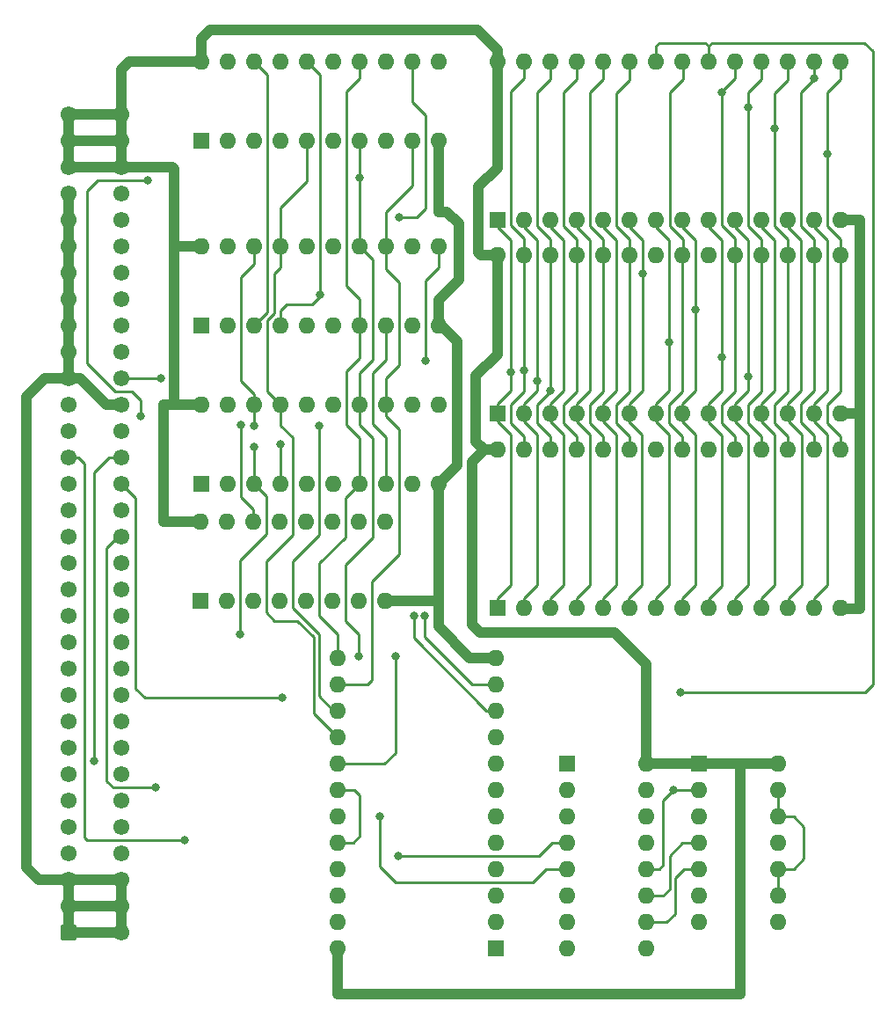
<source format=gbr>
%TF.GenerationSoftware,KiCad,Pcbnew,7.0.9*%
%TF.CreationDate,2024-04-21T12:45:51+02:00*%
%TF.ProjectId,C_-836,43c52d38-3336-42e6-9b69-6361645f7063,rev?*%
%TF.SameCoordinates,Original*%
%TF.FileFunction,Copper,L2,Bot*%
%TF.FilePolarity,Positive*%
%FSLAX46Y46*%
G04 Gerber Fmt 4.6, Leading zero omitted, Abs format (unit mm)*
G04 Created by KiCad (PCBNEW 7.0.9) date 2024-04-21 12:45:51*
%MOMM*%
%LPD*%
G01*
G04 APERTURE LIST*
G04 Aperture macros list*
%AMRoundRect*
0 Rectangle with rounded corners*
0 $1 Rounding radius*
0 $2 $3 $4 $5 $6 $7 $8 $9 X,Y pos of 4 corners*
0 Add a 4 corners polygon primitive as box body*
4,1,4,$2,$3,$4,$5,$6,$7,$8,$9,$2,$3,0*
0 Add four circle primitives for the rounded corners*
1,1,$1+$1,$2,$3*
1,1,$1+$1,$4,$5*
1,1,$1+$1,$6,$7*
1,1,$1+$1,$8,$9*
0 Add four rect primitives between the rounded corners*
20,1,$1+$1,$2,$3,$4,$5,0*
20,1,$1+$1,$4,$5,$6,$7,0*
20,1,$1+$1,$6,$7,$8,$9,0*
20,1,$1+$1,$8,$9,$2,$3,0*%
G04 Aperture macros list end*
%TA.AperFunction,ComponentPad*%
%ADD10R,1.600000X1.600000*%
%TD*%
%TA.AperFunction,ComponentPad*%
%ADD11O,1.600000X1.600000*%
%TD*%
%TA.AperFunction,ComponentPad*%
%ADD12RoundRect,0.249999X0.525001X-0.525001X0.525001X0.525001X-0.525001X0.525001X-0.525001X-0.525001X0*%
%TD*%
%TA.AperFunction,ComponentPad*%
%ADD13C,1.550000*%
%TD*%
%TA.AperFunction,ViaPad*%
%ADD14C,0.800000*%
%TD*%
%TA.AperFunction,Conductor*%
%ADD15C,0.250000*%
%TD*%
%TA.AperFunction,Conductor*%
%ADD16C,1.000000*%
%TD*%
G04 APERTURE END LIST*
D10*
%TO.P,IC8,1,A15*%
%TO.N,/A15*%
X91186000Y-56489600D03*
D11*
%TO.P,IC8,2,A12*%
%TO.N,/A12*%
X93726000Y-56489600D03*
%TO.P,IC8,3,A7*%
%TO.N,/A7*%
X96266000Y-56489600D03*
%TO.P,IC8,4,A6*%
%TO.N,/A6*%
X98806000Y-56489600D03*
%TO.P,IC8,5,A5*%
%TO.N,/A5*%
X101346000Y-56489600D03*
%TO.P,IC8,6,A4*%
%TO.N,/A4*%
X103886000Y-56489600D03*
%TO.P,IC8,7,A3*%
%TO.N,/A3*%
X106426000Y-56489600D03*
%TO.P,IC8,8,A2*%
%TO.N,/A2*%
X108966000Y-56489600D03*
%TO.P,IC8,9,A1*%
%TO.N,/A1*%
X111506000Y-56489600D03*
%TO.P,IC8,10,A0*%
%TO.N,/A0*%
X114046000Y-56489600D03*
%TO.P,IC8,11,D0*%
%TO.N,/D0*%
X116586000Y-56489600D03*
%TO.P,IC8,12,D1*%
%TO.N,/D1*%
X119126000Y-56489600D03*
%TO.P,IC8,13,D2*%
%TO.N,/D2*%
X121666000Y-56489600D03*
%TO.P,IC8,14,GND*%
%TO.N,GND*%
X124206000Y-56489600D03*
%TO.P,IC8,15,D3*%
%TO.N,/D3*%
X124206000Y-41249600D03*
%TO.P,IC8,16,D4*%
%TO.N,/D4*%
X121666000Y-41249600D03*
%TO.P,IC8,17,D5*%
%TO.N,/D5*%
X119126000Y-41249600D03*
%TO.P,IC8,18,D6*%
%TO.N,/D6*%
X116586000Y-41249600D03*
%TO.P,IC8,19,D7*%
%TO.N,/D7*%
X114046000Y-41249600D03*
%TO.P,IC8,20,~{CE}*%
%TO.N,Net-(IC4-O3)*%
X111506000Y-41249600D03*
%TO.P,IC8,21,A10*%
%TO.N,/A10*%
X108966000Y-41249600D03*
%TO.P,IC8,22,~{OE}*%
%TO.N,Net-(IC4-O3)*%
X106426000Y-41249600D03*
%TO.P,IC8,23,A11*%
%TO.N,/A11*%
X103886000Y-41249600D03*
%TO.P,IC8,24,A9*%
%TO.N,/A9*%
X101346000Y-41249600D03*
%TO.P,IC8,25,A8*%
%TO.N,/A8*%
X98806000Y-41249600D03*
%TO.P,IC8,26,A13*%
%TO.N,/A13*%
X96266000Y-41249600D03*
%TO.P,IC8,27,A14*%
%TO.N,/A14*%
X93726000Y-41249600D03*
%TO.P,IC8,28,VCC*%
%TO.N,+5V*%
X91186000Y-41249600D03*
%TD*%
D10*
%TO.P,IC11,1,A7*%
%TO.N,/BA7*%
X91033600Y-126644400D03*
D11*
%TO.P,IC11,2,A6*%
%TO.N,/BA6*%
X91033600Y-124104400D03*
%TO.P,IC11,3,A5*%
%TO.N,/BA5*%
X91033600Y-121564400D03*
%TO.P,IC11,4,A4*%
%TO.N,/BA4*%
X91033600Y-119024400D03*
%TO.P,IC11,5,A3*%
%TO.N,/BA3*%
X91033600Y-116484400D03*
%TO.P,IC11,6,A2*%
%TO.N,/BA2*%
X91033600Y-113944400D03*
%TO.P,IC11,7,A1*%
%TO.N,/BA1*%
X91033600Y-111404400D03*
%TO.P,IC11,8,A0*%
%TO.N,/BA0*%
X91033600Y-108864400D03*
%TO.P,IC11,9,Q0*%
%TO.N,/BD0*%
X91033600Y-106324400D03*
%TO.P,IC11,10,Q1*%
%TO.N,/BD1*%
X91033600Y-103784400D03*
%TO.P,IC11,11,Q2*%
%TO.N,/BD2*%
X91033600Y-101244400D03*
%TO.P,IC11,12,GND*%
%TO.N,GND*%
X91033600Y-98704400D03*
%TO.P,IC11,13,Q3*%
%TO.N,/BD3*%
X75793600Y-98704400D03*
%TO.P,IC11,14,Q4*%
%TO.N,/BD4*%
X75793600Y-101244400D03*
%TO.P,IC11,15,Q5*%
%TO.N,/BD5*%
X75793600Y-103784400D03*
%TO.P,IC11,16,Q6*%
%TO.N,/BD6*%
X75793600Y-106324400D03*
%TO.P,IC11,17,Q7*%
%TO.N,/BD7*%
X75793600Y-108864400D03*
%TO.P,IC11,18,~{CS}*%
%TO.N,E400*%
X75793600Y-111404400D03*
%TO.P,IC11,19,A10*%
%TO.N,GND*%
X75793600Y-113944400D03*
%TO.P,IC11,20,~{OE}*%
%TO.N,E400*%
X75793600Y-116484400D03*
%TO.P,IC11,21,~{WR}*%
%TO.N,R{slash}~{W}*%
X75793600Y-119024400D03*
%TO.P,IC11,22,A9*%
%TO.N,/BA9*%
X75793600Y-121564400D03*
%TO.P,IC11,23,A8*%
%TO.N,/BA8*%
X75793600Y-124104400D03*
%TO.P,IC11,24,Vcc*%
%TO.N,+5V*%
X75793600Y-126644400D03*
%TD*%
D10*
%TO.P,IC1,1,OEa*%
%TO.N,Net-(IC1-OEa)*%
X62636400Y-48920400D03*
D11*
%TO.P,IC1,2,I0a*%
%TO.N,/D0*%
X65176400Y-48920400D03*
%TO.P,IC1,3,O3b*%
%TO.N,/BD5*%
X67716400Y-48920400D03*
%TO.P,IC1,4,I1a*%
%TO.N,/D1*%
X70256400Y-48920400D03*
%TO.P,IC1,5,O2b*%
%TO.N,/BD6*%
X72796400Y-48920400D03*
%TO.P,IC1,6,I2a*%
%TO.N,/D3*%
X75336400Y-48920400D03*
%TO.P,IC1,7,O1b*%
%TO.N,/BD7*%
X77876400Y-48920400D03*
%TO.P,IC1,8,I3a*%
%TO.N,/D2*%
X80416400Y-48920400D03*
%TO.P,IC1,9,O0b*%
%TO.N,/BD4*%
X82956400Y-48920400D03*
%TO.P,IC1,10,GND*%
%TO.N,GND*%
X85496400Y-48920400D03*
%TO.P,IC1,11,I0b*%
%TO.N,/D4*%
X85496400Y-41300400D03*
%TO.P,IC1,12,O3a*%
%TO.N,/BD2*%
X82956400Y-41300400D03*
%TO.P,IC1,13,I1b*%
%TO.N,/D7*%
X80416400Y-41300400D03*
%TO.P,IC1,14,O2a*%
%TO.N,/BD3*%
X77876400Y-41300400D03*
%TO.P,IC1,15,I2b*%
%TO.N,/D6*%
X75336400Y-41300400D03*
%TO.P,IC1,16,O1a*%
%TO.N,/BD1*%
X72796400Y-41300400D03*
%TO.P,IC1,17,I3b*%
%TO.N,/D5*%
X70256400Y-41300400D03*
%TO.P,IC1,18,O0a*%
%TO.N,/BD0*%
X67716400Y-41300400D03*
%TO.P,IC1,19,OEb*%
%TO.N,Net-(IC1-OEa)*%
X65176400Y-41300400D03*
%TO.P,IC1,20,VCC*%
%TO.N,+5V*%
X62636400Y-41300400D03*
%TD*%
D10*
%TO.P,IC2,1,OE*%
%TO.N,GND*%
X62636400Y-66700400D03*
D11*
%TO.P,IC2,2,O0*%
%TO.N,/A0*%
X65176400Y-66700400D03*
%TO.P,IC2,3,D0*%
%TO.N,/BD0*%
X67716400Y-66700400D03*
%TO.P,IC2,4,D1*%
%TO.N,/BD1*%
X70256400Y-66700400D03*
%TO.P,IC2,5,O1*%
%TO.N,/A1*%
X72796400Y-66700400D03*
%TO.P,IC2,6,O2*%
%TO.N,/A3*%
X75336400Y-66700400D03*
%TO.P,IC2,7,D2*%
%TO.N,/BD3*%
X77876400Y-66700400D03*
%TO.P,IC2,8,D3*%
%TO.N,/BD2*%
X80416400Y-66700400D03*
%TO.P,IC2,9,O3*%
%TO.N,/A2*%
X82956400Y-66700400D03*
%TO.P,IC2,10,GND*%
%TO.N,GND*%
X85496400Y-66700400D03*
%TO.P,IC2,11,Cp*%
%TO.N,Net-(IC2-Cp)*%
X85496400Y-59080400D03*
%TO.P,IC2,12,O4*%
%TO.N,/A4*%
X82956400Y-59080400D03*
%TO.P,IC2,13,D4*%
%TO.N,/BD4*%
X80416400Y-59080400D03*
%TO.P,IC2,14,D5*%
%TO.N,/BD7*%
X77876400Y-59080400D03*
%TO.P,IC2,15,O5*%
%TO.N,/A7*%
X75336400Y-59080400D03*
%TO.P,IC2,16,O6*%
%TO.N,/A6*%
X72796400Y-59080400D03*
%TO.P,IC2,17,D6*%
%TO.N,/BD6*%
X70256400Y-59080400D03*
%TO.P,IC2,18,D7*%
%TO.N,/BD5*%
X67716400Y-59080400D03*
%TO.P,IC2,19,O7*%
%TO.N,/A5*%
X65176400Y-59080400D03*
%TO.P,IC2,20,VCC*%
%TO.N,+5V*%
X62636400Y-59080400D03*
%TD*%
D12*
%TO.P,P1,a1,GND*%
%TO.N,GND*%
X49885600Y-125120400D03*
D13*
%TO.P,P1,a2,GND*%
X49885600Y-122580400D03*
%TO.P,P1,a3,GND*%
X49885600Y-120040400D03*
%TO.P,P1,a4,-12V*%
%TO.N,unconnected-(P1--12V-Pada4)*%
X49885600Y-117500400D03*
%TO.P,P1,a5,+12V*%
%TO.N,unconnected-(P1-+12V-Pada5)*%
X49885600Y-114960400D03*
%TO.P,P1,a6,---*%
%TO.N,unconnected-(P1-----Pada6)*%
X49885600Y-112420400D03*
%TO.P,P1,a7,----*%
%TO.N,unconnected-(P1------Pada7)*%
X49885600Y-109880400D03*
%TO.P,P1,a8,BA*%
%TO.N,unconnected-(P1-BA-Pada8)*%
X49885600Y-107340400D03*
%TO.P,P1,a9,----*%
%TO.N,unconnected-(P1------Pada9)*%
X49885600Y-104800400D03*
%TO.P,P1,a10,E400*%
%TO.N,E400*%
X49885600Y-102260400D03*
%TO.P,P1,a11,A14*%
%TO.N,/BA14*%
X49885600Y-99720400D03*
%TO.P,P1,a12,A12*%
%TO.N,/BA12*%
X49885600Y-97180400D03*
%TO.P,P1,a13,A10*%
%TO.N,/BA10*%
X49885600Y-94640400D03*
%TO.P,P1,a14,A8*%
%TO.N,/BA8*%
X49885600Y-92100400D03*
%TO.P,P1,a15,A6*%
%TO.N,/BA6*%
X49885600Y-89560400D03*
%TO.P,P1,a16,A4*%
%TO.N,/BA4*%
X49885600Y-87020400D03*
%TO.P,P1,a17,A2*%
%TO.N,/BA2*%
X49885600Y-84480400D03*
%TO.P,P1,a18,A0*%
%TO.N,/BA0*%
X49885600Y-81940400D03*
%TO.P,P1,a19,I/O-Select*%
%TO.N,I{slash}O*%
X49885600Y-79400400D03*
%TO.P,P1,a20,RESET*%
%TO.N,unconnected-(P1-RESET-Pada20)*%
X49885600Y-76860400D03*
%TO.P,P1,a21,IRQ*%
%TO.N,unconnected-(P1-IRQ-Pada21)*%
X49885600Y-74320400D03*
%TO.P,P1,a22,GND*%
%TO.N,GND*%
X49885600Y-71780400D03*
%TO.P,P1,a23,GND*%
X49885600Y-69240400D03*
%TO.P,P1,a24,GND*%
X49885600Y-66700400D03*
%TO.P,P1,a25,GND*%
X49885600Y-64160400D03*
%TO.P,P1,a26,GND*%
X49885600Y-61620400D03*
%TO.P,P1,a27,GND*%
X49885600Y-59080400D03*
%TO.P,P1,a28,GND*%
X49885600Y-56540400D03*
%TO.P,P1,a29,GND*%
X49885600Y-54000400D03*
%TO.P,P1,a30,+5V*%
%TO.N,+5V*%
X49885600Y-51460400D03*
%TO.P,P1,a31,+5V*%
X49885600Y-48920400D03*
%TO.P,P1,a32,+5V*%
X49885600Y-46380400D03*
%TO.P,P1,c1,GNC*%
%TO.N,GND*%
X54965600Y-125120400D03*
%TO.P,P1,c2,GND*%
X54965600Y-122580400D03*
%TO.P,P1,c3,GND*%
X54965600Y-120040400D03*
%TO.P,P1,c4,-12V*%
%TO.N,unconnected-(P1--12V-Padc4)*%
X54965600Y-117500400D03*
%TO.P,P1,c5,+12V*%
%TO.N,unconnected-(P1-+12V-Padc5)*%
X54965600Y-114960400D03*
%TO.P,P1,c6,EXT-RESET*%
%TO.N,unconnected-(P1-EXT-RESET-Padc6)*%
X54965600Y-112420400D03*
%TO.P,P1,c7,----*%
%TO.N,unconnected-(P1------Padc7)*%
X54965600Y-109880400D03*
%TO.P,P1,c8,HALT*%
%TO.N,unconnected-(P1-HALT-Padc8)*%
X54965600Y-107340400D03*
%TO.P,P1,c9,----*%
%TO.N,unconnected-(P1------Padc9)*%
X54965600Y-104800400D03*
%TO.P,P1,c10,E800*%
%TO.N,unconnected-(P1-E800-Padc10)*%
X54965600Y-102260400D03*
%TO.P,P1,c11,A15*%
%TO.N,/BA15*%
X54965600Y-99720400D03*
%TO.P,P1,c12,A13*%
%TO.N,/BA13*%
X54965600Y-97180400D03*
%TO.P,P1,c13,A11*%
%TO.N,/BA11*%
X54965600Y-94640400D03*
%TO.P,P1,c14,A9*%
%TO.N,/BA9*%
X54965600Y-92100400D03*
%TO.P,P1,c15,A7*%
%TO.N,/BA7*%
X54965600Y-89560400D03*
%TO.P,P1,c16,A5*%
%TO.N,/BA5*%
X54965600Y-87020400D03*
%TO.P,P1,c17,A3*%
%TO.N,/BA3*%
X54965600Y-84480400D03*
%TO.P,P1,c18,A1*%
%TO.N,/BA1*%
X54965600Y-81940400D03*
%TO.P,P1,c19,R/W*%
%TO.N,R{slash}~{W}*%
X54965600Y-79400400D03*
%TO.P,P1,c20,E*%
%TO.N,E*%
X54965600Y-76860400D03*
%TO.P,P1,c21,GND*%
%TO.N,GND*%
X54965600Y-74320400D03*
%TO.P,P1,c22,D0*%
%TO.N,/BD0*%
X54965600Y-71780400D03*
%TO.P,P1,c23,D1*%
%TO.N,/BD1*%
X54965600Y-69240400D03*
%TO.P,P1,c24,D2*%
%TO.N,/BD2*%
X54965600Y-66700400D03*
%TO.P,P1,c25,D3*%
%TO.N,/BD3*%
X54965600Y-64160400D03*
%TO.P,P1,c26,D4*%
%TO.N,/BD4*%
X54965600Y-61620400D03*
%TO.P,P1,c27,D5*%
%TO.N,/BD5*%
X54965600Y-59080400D03*
%TO.P,P1,c28,D6*%
%TO.N,/BD6*%
X54965600Y-56540400D03*
%TO.P,P1,c29,D7*%
%TO.N,/BD7*%
X54965600Y-54000400D03*
%TO.P,P1,c30,+5V*%
%TO.N,+5V*%
X54965600Y-51460400D03*
%TO.P,P1,c31,+5V*%
X54965600Y-48920400D03*
%TO.P,P1,c32,+5V*%
X54965600Y-46380400D03*
%TD*%
D10*
%TO.P,IC7,1*%
%TO.N,+5V*%
X110591600Y-108859400D03*
D11*
%TO.P,IC7,2*%
%TO.N,Net-(IC4-O3)*%
X110591600Y-111399400D03*
%TO.P,IC7,3*%
%TO.N,N/C*%
X110591600Y-113939400D03*
%TO.P,IC7,4*%
%TO.N,Net-(IC4-O4)*%
X110591600Y-116479400D03*
%TO.P,IC7,5*%
%TO.N,Net-(IC10-~{CE})*%
X110591600Y-119019400D03*
%TO.P,IC7,6*%
%TO.N,Net-(IC6-E2)*%
X110591600Y-121559400D03*
%TO.P,IC7,7,GND*%
%TO.N,GND*%
X110591600Y-124099400D03*
%TO.P,IC7,8*%
%TO.N,unconnected-(IC7-Pad8)*%
X118211600Y-124099400D03*
%TO.P,IC7,9*%
%TO.N,GND*%
X118211600Y-121559400D03*
%TO.P,IC7,10*%
X118211600Y-119019400D03*
%TO.P,IC7,11*%
%TO.N,N/C*%
X118211600Y-116479400D03*
%TO.P,IC7,12*%
%TO.N,GND*%
X118211600Y-113939400D03*
%TO.P,IC7,13*%
X118211600Y-111399400D03*
%TO.P,IC7,14,VCC*%
%TO.N,+5V*%
X118211600Y-108859400D03*
%TD*%
D10*
%TO.P,IC10,1,A15*%
%TO.N,/A15*%
X91186000Y-93903800D03*
D11*
%TO.P,IC10,2,A12*%
%TO.N,/A12*%
X93726000Y-93903800D03*
%TO.P,IC10,3,A7*%
%TO.N,/A7*%
X96266000Y-93903800D03*
%TO.P,IC10,4,A6*%
%TO.N,/A6*%
X98806000Y-93903800D03*
%TO.P,IC10,5,A5*%
%TO.N,/A5*%
X101346000Y-93903800D03*
%TO.P,IC10,6,A4*%
%TO.N,/A4*%
X103886000Y-93903800D03*
%TO.P,IC10,7,A3*%
%TO.N,/A3*%
X106426000Y-93903800D03*
%TO.P,IC10,8,A2*%
%TO.N,/A2*%
X108966000Y-93903800D03*
%TO.P,IC10,9,A1*%
%TO.N,/A1*%
X111506000Y-93903800D03*
%TO.P,IC10,10,A0*%
%TO.N,/A0*%
X114046000Y-93903800D03*
%TO.P,IC10,11,D0*%
%TO.N,/D0*%
X116586000Y-93903800D03*
%TO.P,IC10,12,D1*%
%TO.N,/D1*%
X119126000Y-93903800D03*
%TO.P,IC10,13,D2*%
%TO.N,/D2*%
X121666000Y-93903800D03*
%TO.P,IC10,14,GND*%
%TO.N,GND*%
X124206000Y-93903800D03*
%TO.P,IC10,15,D3*%
%TO.N,/D3*%
X124206000Y-78663800D03*
%TO.P,IC10,16,D4*%
%TO.N,/D4*%
X121666000Y-78663800D03*
%TO.P,IC10,17,D5*%
%TO.N,/D5*%
X119126000Y-78663800D03*
%TO.P,IC10,18,D6*%
%TO.N,/D6*%
X116586000Y-78663800D03*
%TO.P,IC10,19,D7*%
%TO.N,/D7*%
X114046000Y-78663800D03*
%TO.P,IC10,20,~{CE}*%
%TO.N,Net-(IC10-~{CE})*%
X111506000Y-78663800D03*
%TO.P,IC10,21,A10*%
%TO.N,/A10*%
X108966000Y-78663800D03*
%TO.P,IC10,22,~{OE}*%
%TO.N,Net-(IC10-~{CE})*%
X106426000Y-78663800D03*
%TO.P,IC10,23,A11*%
%TO.N,/A11*%
X103886000Y-78663800D03*
%TO.P,IC10,24,A9*%
%TO.N,/A9*%
X101346000Y-78663800D03*
%TO.P,IC10,25,A8*%
%TO.N,/A8*%
X98806000Y-78663800D03*
%TO.P,IC10,26,A13*%
%TO.N,/A13*%
X96266000Y-78663800D03*
%TO.P,IC10,27,A14*%
%TO.N,/A14*%
X93726000Y-78663800D03*
%TO.P,IC10,28,VCC*%
%TO.N,+5V*%
X91186000Y-78663800D03*
%TD*%
D10*
%TO.P,IC3,1,OE*%
%TO.N,GND*%
X62636400Y-81940400D03*
D11*
%TO.P,IC3,2,O0*%
%TO.N,/A8*%
X65176400Y-81940400D03*
%TO.P,IC3,3,D0*%
%TO.N,/BD0*%
X67716400Y-81940400D03*
%TO.P,IC3,4,D1*%
%TO.N,/BD1*%
X70256400Y-81940400D03*
%TO.P,IC3,5,O1*%
%TO.N,/A9*%
X72796400Y-81940400D03*
%TO.P,IC3,6,O2*%
%TO.N,/A11*%
X75336400Y-81940400D03*
%TO.P,IC3,7,D2*%
%TO.N,/BD3*%
X77876400Y-81940400D03*
%TO.P,IC3,8,D3*%
%TO.N,/BD2*%
X80416400Y-81940400D03*
%TO.P,IC3,9,O3*%
%TO.N,/A10*%
X82956400Y-81940400D03*
%TO.P,IC3,10,GND*%
%TO.N,GND*%
X85496400Y-81940400D03*
%TO.P,IC3,11,Cp*%
%TO.N,Net-(IC3-Cp)*%
X85496400Y-74320400D03*
%TO.P,IC3,12,O4*%
%TO.N,/A12*%
X82956400Y-74320400D03*
%TO.P,IC3,13,D4*%
%TO.N,/BD4*%
X80416400Y-74320400D03*
%TO.P,IC3,14,D5*%
%TO.N,/BD7*%
X77876400Y-74320400D03*
%TO.P,IC3,15,O5*%
%TO.N,/A15*%
X75336400Y-74320400D03*
%TO.P,IC3,16,O6*%
%TO.N,/A14*%
X72796400Y-74320400D03*
%TO.P,IC3,17,D6*%
%TO.N,/BD6*%
X70256400Y-74320400D03*
%TO.P,IC3,18,D7*%
%TO.N,/BD5*%
X67716400Y-74320400D03*
%TO.P,IC3,19,O7*%
%TO.N,/A13*%
X65176400Y-74320400D03*
%TO.P,IC3,20,VCC*%
%TO.N,+5V*%
X62636400Y-74320400D03*
%TD*%
D10*
%TO.P,IC9,1,A15*%
%TO.N,/A15*%
X91186000Y-75184000D03*
D11*
%TO.P,IC9,2,A12*%
%TO.N,/A12*%
X93726000Y-75184000D03*
%TO.P,IC9,3,A7*%
%TO.N,/A7*%
X96266000Y-75184000D03*
%TO.P,IC9,4,A6*%
%TO.N,/A6*%
X98806000Y-75184000D03*
%TO.P,IC9,5,A5*%
%TO.N,/A5*%
X101346000Y-75184000D03*
%TO.P,IC9,6,A4*%
%TO.N,/A4*%
X103886000Y-75184000D03*
%TO.P,IC9,7,A3*%
%TO.N,/A3*%
X106426000Y-75184000D03*
%TO.P,IC9,8,A2*%
%TO.N,/A2*%
X108966000Y-75184000D03*
%TO.P,IC9,9,A1*%
%TO.N,/A1*%
X111506000Y-75184000D03*
%TO.P,IC9,10,A0*%
%TO.N,/A0*%
X114046000Y-75184000D03*
%TO.P,IC9,11,D0*%
%TO.N,/D0*%
X116586000Y-75184000D03*
%TO.P,IC9,12,D1*%
%TO.N,/D1*%
X119126000Y-75184000D03*
%TO.P,IC9,13,D2*%
%TO.N,/D2*%
X121666000Y-75184000D03*
%TO.P,IC9,14,GND*%
%TO.N,GND*%
X124206000Y-75184000D03*
%TO.P,IC9,15,D3*%
%TO.N,/D3*%
X124206000Y-59944000D03*
%TO.P,IC9,16,D4*%
%TO.N,/D4*%
X121666000Y-59944000D03*
%TO.P,IC9,17,D5*%
%TO.N,/D5*%
X119126000Y-59944000D03*
%TO.P,IC9,18,D6*%
%TO.N,/D6*%
X116586000Y-59944000D03*
%TO.P,IC9,19,D7*%
%TO.N,/D7*%
X114046000Y-59944000D03*
%TO.P,IC9,20,~{CE}*%
%TO.N,Net-(IC4-O4)*%
X111506000Y-59944000D03*
%TO.P,IC9,21,A10*%
%TO.N,/A10*%
X108966000Y-59944000D03*
%TO.P,IC9,22,~{OE}*%
%TO.N,Net-(IC4-O4)*%
X106426000Y-59944000D03*
%TO.P,IC9,23,A11*%
%TO.N,/A11*%
X103886000Y-59944000D03*
%TO.P,IC9,24,A9*%
%TO.N,/A9*%
X101346000Y-59944000D03*
%TO.P,IC9,25,A8*%
%TO.N,/A8*%
X98806000Y-59944000D03*
%TO.P,IC9,26,A13*%
%TO.N,/A13*%
X96266000Y-59944000D03*
%TO.P,IC9,27,A14*%
%TO.N,/A14*%
X93726000Y-59944000D03*
%TO.P,IC9,28,VCC*%
%TO.N,+5V*%
X91186000Y-59944000D03*
%TD*%
D10*
%TO.P,IC6,1,A0*%
%TO.N,/BA0*%
X62534800Y-93218000D03*
D11*
%TO.P,IC6,2,A1*%
%TO.N,R{slash}~{W}*%
X65074800Y-93218000D03*
%TO.P,IC6,3,A2*%
%TO.N,GND*%
X67614800Y-93218000D03*
%TO.P,IC6,4,E1*%
X70154800Y-93218000D03*
%TO.P,IC6,5,E2*%
%TO.N,Net-(IC6-E2)*%
X72694800Y-93218000D03*
%TO.P,IC6,6,E3*%
%TO.N,E*%
X75234800Y-93218000D03*
%TO.P,IC6,7,O7*%
%TO.N,unconnected-(IC6-O7-Pad7)*%
X77774800Y-93218000D03*
%TO.P,IC6,8,GND*%
%TO.N,GND*%
X80314800Y-93218000D03*
%TO.P,IC6,9,O6*%
%TO.N,unconnected-(IC6-O6-Pad9)*%
X80314800Y-85598000D03*
%TO.P,IC6,10,O5*%
%TO.N,unconnected-(IC6-O5-Pad10)*%
X77774800Y-85598000D03*
%TO.P,IC6,11,O4*%
%TO.N,unconnected-(IC6-O4-Pad11)*%
X75234800Y-85598000D03*
%TO.P,IC6,12,O3*%
%TO.N,unconnected-(IC6-O3-Pad12)*%
X72694800Y-85598000D03*
%TO.P,IC6,13,O2*%
%TO.N,Net-(IC1-OEa)*%
X70154800Y-85598000D03*
%TO.P,IC6,14,O1*%
%TO.N,Net-(IC2-Cp)*%
X67614800Y-85598000D03*
%TO.P,IC6,15,O0*%
%TO.N,Net-(IC3-Cp)*%
X65074800Y-85598000D03*
%TO.P,IC6,16,VCC*%
%TO.N,+5V*%
X62534800Y-85598000D03*
%TD*%
D10*
%TO.P,IC4,1,A0*%
%TO.N,/BA4*%
X97891600Y-108864400D03*
D11*
%TO.P,IC4,2,A1*%
%TO.N,/BA5*%
X97891600Y-111404400D03*
%TO.P,IC4,3,A2*%
%TO.N,/BA6*%
X97891600Y-113944400D03*
%TO.P,IC4,4,E1*%
%TO.N,I{slash}O*%
X97891600Y-116484400D03*
%TO.P,IC4,5,E2*%
%TO.N,GND*%
X97891600Y-119024400D03*
%TO.P,IC4,6,E3*%
%TO.N,/BA7*%
X97891600Y-121564400D03*
%TO.P,IC4,7,O7*%
%TO.N,unconnected-(IC4-O7-Pad7)*%
X97891600Y-124104400D03*
%TO.P,IC4,8,GND*%
%TO.N,GND*%
X97891600Y-126644400D03*
%TO.P,IC4,9,O6*%
%TO.N,unconnected-(IC4-O6-Pad9)*%
X105511600Y-126644400D03*
%TO.P,IC4,10,O5*%
%TO.N,Net-(IC10-~{CE})*%
X105511600Y-124104400D03*
%TO.P,IC4,11,O4*%
%TO.N,Net-(IC4-O4)*%
X105511600Y-121564400D03*
%TO.P,IC4,12,O3*%
%TO.N,Net-(IC4-O3)*%
X105511600Y-119024400D03*
%TO.P,IC4,13,O2*%
%TO.N,unconnected-(IC4-O2-Pad13)*%
X105511600Y-116484400D03*
%TO.P,IC4,14,O1*%
%TO.N,unconnected-(IC4-O1-Pad14)*%
X105511600Y-113944400D03*
%TO.P,IC4,15,O0*%
%TO.N,unconnected-(IC4-O0-Pad15)*%
X105511600Y-111404400D03*
%TO.P,IC4,16,VCC*%
%TO.N,+5V*%
X105511600Y-108864400D03*
%TD*%
D14*
%TO.N,Net-(IC1-OEa)*%
X57454800Y-52730400D03*
X56794400Y-75438000D03*
%TO.N,/BD5*%
X73964800Y-76301600D03*
X67716400Y-76301600D03*
%TO.N,/D3*%
X122936000Y-50139600D03*
%TO.N,/BD7*%
X81330800Y-98501200D03*
X77825600Y-98501200D03*
X77876400Y-52476400D03*
%TO.N,GND*%
X79806800Y-113944400D03*
%TO.N,/D4*%
X121666000Y-42926000D03*
%TO.N,/BD2*%
X84175600Y-94589600D03*
X81686400Y-56286400D03*
%TO.N,/D7*%
X112776000Y-44246800D03*
%TO.N,/BD1*%
X74066400Y-63754000D03*
X83159600Y-94589600D03*
X70256400Y-78130400D03*
%TO.N,/D5*%
X117856000Y-47752000D03*
%TO.N,/BD0*%
X66344800Y-96367600D03*
X58775600Y-71780400D03*
X67716400Y-78333600D03*
%TO.N,/A0*%
X115316000Y-71577200D03*
%TO.N,/A1*%
X112776000Y-69697600D03*
%TO.N,/A3*%
X107696000Y-68275200D03*
%TO.N,/A2*%
X110236000Y-65125600D03*
%TO.N,Net-(IC2-Cp)*%
X66446400Y-76250800D03*
X84226400Y-70053200D03*
%TO.N,/A4*%
X105156000Y-61722000D03*
%TO.N,/A12*%
X94996000Y-71983600D03*
%TO.N,/A15*%
X92456000Y-71170800D03*
%TO.N,/A14*%
X93726000Y-71018400D03*
%TO.N,/A13*%
X96266000Y-72948800D03*
%TO.N,Net-(IC4-O3)*%
X108153200Y-111404400D03*
X108762800Y-101955600D03*
%TO.N,/D6*%
X115316000Y-45720000D03*
%TO.N,I{slash}O*%
X61010800Y-116230400D03*
X81635600Y-117754400D03*
%TO.N,R{slash}~{W}*%
X52324000Y-108610400D03*
%TO.N,/BA5*%
X58267600Y-111150400D03*
%TO.N,/BA1*%
X70408800Y-102514400D03*
%TD*%
D15*
%TO.N,Net-(IC1-OEa)*%
X52679600Y-52730400D02*
X51663600Y-53746400D01*
X54356000Y-73050400D02*
X55930800Y-73050400D01*
X51663600Y-70358000D02*
X54356000Y-73050400D01*
X57454800Y-52730400D02*
X57505600Y-52730400D01*
X57454800Y-52730400D02*
X52679600Y-52730400D01*
X55930800Y-73050400D02*
X56787200Y-73906800D01*
X56787200Y-75430800D02*
X56794400Y-75438000D01*
X51663600Y-53746400D02*
X51663600Y-70358000D01*
X56787200Y-73906800D02*
X56787200Y-75430800D01*
%TO.N,/D0*%
X116586000Y-93840300D02*
X116586000Y-92900500D01*
X116586000Y-74256900D02*
X117856000Y-72986900D01*
X117856000Y-72986900D02*
X117856000Y-58508900D01*
X116586000Y-57238900D02*
X117856000Y-58508900D01*
X117856000Y-91630500D02*
X117856000Y-77152500D01*
X116586000Y-75196700D02*
X116586000Y-74256900D01*
X116586000Y-92900500D02*
X117856000Y-91630500D01*
X116586000Y-75120500D02*
X116586000Y-75882500D01*
X116586000Y-75882500D02*
X117856000Y-77152500D01*
X116586000Y-56476900D02*
X116586000Y-57238900D01*
%TO.N,/BD5*%
X73964800Y-102362000D02*
X75387200Y-103784400D01*
X73964800Y-86817200D02*
X71424800Y-89357200D01*
X67716400Y-74320400D02*
X67716400Y-73253600D01*
X67716400Y-73253600D02*
X66446400Y-71983600D01*
X71424800Y-89357200D02*
X71424800Y-93827600D01*
X75387200Y-103784400D02*
X75793600Y-103784400D01*
X71424800Y-93827600D02*
X73964800Y-96367600D01*
X73964800Y-76352400D02*
X73964800Y-86817200D01*
X67716400Y-60756800D02*
X67716400Y-59080400D01*
X66446400Y-62026800D02*
X67716400Y-60756800D01*
X66446400Y-71983600D02*
X66446400Y-62026800D01*
X67716400Y-74320400D02*
X67716400Y-76301600D01*
X73964800Y-96367600D02*
X73964800Y-102362000D01*
%TO.N,/D1*%
X119176800Y-75120500D02*
X119176800Y-75882500D01*
X119126000Y-74206100D02*
X120396000Y-72936100D01*
X119126000Y-75145900D02*
X119126000Y-74206100D01*
X119126000Y-56426100D02*
X119126000Y-57188100D01*
X119176800Y-75882500D02*
X120446800Y-77152500D01*
X119126000Y-57188100D02*
X120396000Y-58458100D01*
X119176800Y-92900500D02*
X120446800Y-91630500D01*
X119176800Y-93840300D02*
X119176800Y-92900500D01*
X120396000Y-72936100D02*
X120396000Y-58458100D01*
X120446800Y-91630500D02*
X120446800Y-77152500D01*
%TO.N,/BD6*%
X73456800Y-103987600D02*
X73456800Y-96672400D01*
X70256400Y-61061600D02*
X70256400Y-59080400D01*
X71424800Y-86817200D02*
X71424800Y-77419200D01*
X70256400Y-74320400D02*
X68986400Y-73050400D01*
X70256400Y-55321200D02*
X70256400Y-59080400D01*
X68986400Y-66141600D02*
X69646800Y-65481200D01*
X72796400Y-48920400D02*
X72796400Y-52781200D01*
X68986400Y-73050400D02*
X68986400Y-66141600D01*
X68884800Y-94284800D02*
X69723000Y-95123000D01*
X71424800Y-77419200D02*
X70307200Y-76301600D01*
X73456800Y-96672400D02*
X71907400Y-95123000D01*
X69723000Y-95123000D02*
X71907400Y-95123000D01*
X68884800Y-89357200D02*
X68884800Y-94284800D01*
X69646800Y-65481200D02*
X69646800Y-61671200D01*
X75793600Y-106324400D02*
X73456800Y-103987600D01*
X70307200Y-74371200D02*
X70256400Y-74320400D01*
X72796400Y-52781200D02*
X70256400Y-55321200D01*
X69646800Y-61671200D02*
X70256400Y-61061600D01*
X71424800Y-86817200D02*
X68884800Y-89357200D01*
X70307200Y-76301600D02*
X70307200Y-74371200D01*
%TO.N,/D3*%
X122936000Y-44246800D02*
X124206000Y-42976800D01*
X122936000Y-76047600D02*
X122936000Y-74269600D01*
X122936000Y-74269600D02*
X124206000Y-72999600D01*
X122936000Y-57099200D02*
X122936000Y-49123600D01*
X124206000Y-59944000D02*
X124206000Y-58369200D01*
X124206000Y-41186100D02*
X124206000Y-41948100D01*
X124206000Y-42976800D02*
X124206000Y-41249600D01*
X124206000Y-78663800D02*
X124206000Y-77317600D01*
X124206000Y-77317600D02*
X122936000Y-76047600D01*
X124206000Y-72999600D02*
X124206000Y-59944000D01*
X124206000Y-58369200D02*
X122936000Y-57099200D01*
X122936000Y-49123600D02*
X122936000Y-44246800D01*
%TO.N,/BD7*%
X76504800Y-95097600D02*
X77825600Y-96418400D01*
X79146400Y-87071200D02*
X76504800Y-89712800D01*
X76504800Y-89712800D02*
X76504800Y-95097600D01*
X81330800Y-107797600D02*
X81330800Y-98501200D01*
X77876400Y-71221600D02*
X79146400Y-69951600D01*
X77825600Y-96418400D02*
X77825600Y-98501200D01*
X77876400Y-76250800D02*
X79146400Y-77520800D01*
X79146400Y-69951600D02*
X79146400Y-60350400D01*
X77876400Y-74320400D02*
X77876400Y-71221600D01*
X80264000Y-108864400D02*
X81330800Y-107797600D01*
X77876400Y-52476400D02*
X77876400Y-59080400D01*
X79146400Y-77520800D02*
X79146400Y-87071200D01*
X79146400Y-60350400D02*
X77876400Y-59080400D01*
X77876400Y-74320400D02*
X77876400Y-76250800D01*
X77876400Y-48920400D02*
X77876400Y-52476400D01*
X75793600Y-108864400D02*
X80264000Y-108864400D01*
%TO.N,/D2*%
X121666000Y-57188100D02*
X122936000Y-58458100D01*
X121666000Y-75946000D02*
X122936000Y-77216000D01*
X121666000Y-75145900D02*
X121666000Y-74206100D01*
X122936000Y-91694000D02*
X122936000Y-77216000D01*
X121666000Y-92964000D02*
X122936000Y-91694000D01*
X121666000Y-93903800D02*
X121666000Y-92964000D01*
X121666000Y-56426100D02*
X121666000Y-57188100D01*
X121666000Y-74206100D02*
X122936000Y-72936100D01*
X121666000Y-75184000D02*
X121666000Y-75946000D01*
X122936000Y-72936100D02*
X122936000Y-58458100D01*
%TO.N,/BD4*%
X82956400Y-48920400D02*
X82956400Y-53238400D01*
X81686400Y-76657200D02*
X80416400Y-75387200D01*
X75793600Y-101244400D02*
X78638400Y-101244400D01*
X81686400Y-62534800D02*
X80416400Y-61264800D01*
X75793600Y-101244400D02*
X75234800Y-101244400D01*
X80416400Y-71729600D02*
X81686400Y-70459600D01*
X82956400Y-53238400D02*
X80416400Y-55778400D01*
X80416400Y-55778400D02*
X80416400Y-59080400D01*
X81686400Y-88696800D02*
X81686400Y-76657200D01*
X79044800Y-91338400D02*
X81686400Y-88696800D01*
X78638400Y-101244400D02*
X79044800Y-100838000D01*
X80416400Y-74320400D02*
X80416400Y-71729600D01*
X81686400Y-70459600D02*
X81686400Y-62534800D01*
X80416400Y-61264800D02*
X80416400Y-59080400D01*
X80416400Y-75387200D02*
X80416400Y-74320400D01*
X79044800Y-100838000D02*
X79044800Y-91338400D01*
D16*
%TO.N,GND*%
X54965600Y-122580400D02*
X49885600Y-122580400D01*
X45821600Y-118872000D02*
X45821600Y-73507600D01*
X80365600Y-93167200D02*
X80314800Y-93218000D01*
D15*
X118211600Y-113939400D02*
X118221600Y-113949400D01*
D16*
X85496400Y-48920400D02*
X85496400Y-55727600D01*
X126085600Y-93929200D02*
X126085600Y-75184000D01*
X124206000Y-56489600D02*
X124409200Y-56489600D01*
X87325200Y-80111600D02*
X87325200Y-68224400D01*
X91033600Y-98653600D02*
X88493600Y-98653600D01*
X88493600Y-98653600D02*
X85496400Y-95656400D01*
X85496400Y-81940400D02*
X87325200Y-80111600D01*
D15*
X118211600Y-111399400D02*
X118211600Y-113939400D01*
D16*
X51003200Y-71780400D02*
X53543200Y-74320400D01*
X49885600Y-122580400D02*
X49885600Y-125120400D01*
X49885600Y-120040400D02*
X49885600Y-122580400D01*
X49885600Y-71780400D02*
X47548800Y-71780400D01*
X85496400Y-64262000D02*
X85496400Y-66700400D01*
D15*
X119684800Y-119019400D02*
X118211600Y-119019400D01*
D16*
X85496400Y-95656400D02*
X85496400Y-93167200D01*
D15*
X95808800Y-119024400D02*
X97891600Y-119024400D01*
D16*
X85801200Y-66700400D02*
X85496400Y-66700400D01*
D15*
X118211600Y-121559400D02*
X118211600Y-119019400D01*
D16*
X85496400Y-81940400D02*
X85496400Y-90932000D01*
X124206000Y-93903800D02*
X124231400Y-93929200D01*
X54965600Y-120040400D02*
X54965600Y-122580400D01*
X49885600Y-71780400D02*
X51003200Y-71780400D01*
X49885600Y-125120400D02*
X54965600Y-125120400D01*
X85496400Y-55727600D02*
X86309200Y-55727600D01*
X54965600Y-125120400D02*
X54965600Y-122580400D01*
D15*
X81381600Y-120294400D02*
X94538800Y-120294400D01*
D16*
X87477600Y-62280800D02*
X85496400Y-64262000D01*
X118201600Y-121569400D02*
X118211600Y-121559400D01*
D15*
X119735600Y-113949400D02*
X120695800Y-114909600D01*
D16*
X46990000Y-120040400D02*
X49885600Y-120040400D01*
X49885600Y-71780400D02*
X49885600Y-54000400D01*
X46990000Y-120040400D02*
X45821600Y-118872000D01*
X87477600Y-56896000D02*
X87477600Y-62280800D01*
X85496400Y-93167200D02*
X80365600Y-93167200D01*
D15*
X118221600Y-113949400D02*
X119735600Y-113949400D01*
D16*
X49885600Y-120040400D02*
X54965600Y-120040400D01*
X126085600Y-56489600D02*
X124206000Y-56489600D01*
D15*
X79806800Y-118719600D02*
X81381600Y-120294400D01*
D16*
X85496400Y-90932000D02*
X85496400Y-93167200D01*
X86309200Y-55727600D02*
X87477600Y-56896000D01*
X126085600Y-75184000D02*
X126085600Y-56489600D01*
D15*
X120695800Y-118008400D02*
X119684800Y-119019400D01*
D16*
X124231400Y-93929200D02*
X126085600Y-93929200D01*
D15*
X94538800Y-120294400D02*
X95808800Y-119024400D01*
D16*
X45821600Y-73507600D02*
X47548800Y-71780400D01*
D15*
X79806800Y-113944400D02*
X79806800Y-118719600D01*
D16*
X53543200Y-74320400D02*
X54965600Y-74320400D01*
X87325200Y-68224400D02*
X85801200Y-66700400D01*
X126085600Y-75184000D02*
X124206000Y-75184000D01*
D15*
X120695800Y-114909600D02*
X120695800Y-118008400D01*
%TO.N,/D4*%
X120396000Y-74218800D02*
X121666000Y-72948800D01*
X121666000Y-59944000D02*
X121666000Y-58369200D01*
X121666000Y-77266800D02*
X120396000Y-75996800D01*
X121666000Y-42976800D02*
X121666000Y-41249600D01*
X121666000Y-58369200D02*
X120396000Y-57099200D01*
X120396000Y-57099200D02*
X120396000Y-44246800D01*
X120396000Y-75996800D02*
X120396000Y-74218800D01*
X121666000Y-78613000D02*
X121666000Y-77266800D01*
X120396000Y-44246800D02*
X121666000Y-42976800D01*
X121666000Y-72948800D02*
X121666000Y-59893200D01*
%TO.N,/BD2*%
X88747600Y-101193600D02*
X84175600Y-96621600D01*
X82956400Y-41300400D02*
X82956400Y-45212000D01*
X79146400Y-71221600D02*
X80416400Y-69951600D01*
X84226400Y-55422800D02*
X83362800Y-56286400D01*
X82956400Y-45212000D02*
X84226400Y-46482000D01*
X80416400Y-77419200D02*
X79146400Y-76149200D01*
X79146400Y-76149200D02*
X79146400Y-71221600D01*
X83362800Y-56286400D02*
X81686400Y-56286400D01*
X80416400Y-69951600D02*
X80416400Y-66700400D01*
X80416400Y-81940400D02*
X80416400Y-77419200D01*
X84226400Y-46482000D02*
X84226400Y-55422800D01*
X84175600Y-96621600D02*
X84175600Y-94589600D01*
X88747600Y-101193600D02*
X91033600Y-101193600D01*
%TO.N,/D7*%
X114046000Y-42926000D02*
X114046000Y-41198800D01*
X114046000Y-72999600D02*
X114046000Y-59944000D01*
X112776000Y-76047600D02*
X112776000Y-74269600D01*
X114046000Y-77317600D02*
X112776000Y-76047600D01*
X112776000Y-57048400D02*
X112776000Y-44196000D01*
X112776000Y-74269600D02*
X114046000Y-72999600D01*
X114046000Y-59893200D02*
X114046000Y-58318400D01*
X112776000Y-44196000D02*
X114046000Y-42926000D01*
X114046000Y-58318400D02*
X112776000Y-57048400D01*
X114046000Y-78663800D02*
X114046000Y-77317600D01*
%TO.N,/BD3*%
X77876400Y-41300400D02*
X77876400Y-42875200D01*
X74015600Y-89560400D02*
X74015600Y-94640400D01*
X77876400Y-77520800D02*
X76606400Y-76250800D01*
X74015600Y-94640400D02*
X75793600Y-96418400D01*
X76606400Y-62839600D02*
X77876400Y-64109600D01*
X77876400Y-69799200D02*
X77876400Y-66700400D01*
X77876400Y-64109600D02*
X77876400Y-66700400D01*
X76504800Y-83312000D02*
X76504800Y-87071200D01*
X76606400Y-44145200D02*
X76606400Y-62839600D01*
X76606400Y-76250800D02*
X76606400Y-71069200D01*
X77876400Y-81940400D02*
X76504800Y-83312000D01*
X77876400Y-81940400D02*
X77876400Y-77520800D01*
X77876400Y-42875200D02*
X76606400Y-44145200D01*
X76606400Y-71069200D02*
X77876400Y-69799200D01*
X75793600Y-96418400D02*
X75793600Y-98704400D01*
X76504800Y-87071200D02*
X74015600Y-89560400D01*
%TO.N,/BD1*%
X74066400Y-63855600D02*
X73304400Y-64617600D01*
X91033600Y-103733600D02*
X90119200Y-103733600D01*
X83159600Y-96774000D02*
X83159600Y-94589600D01*
X73304400Y-64617600D02*
X70866000Y-64617600D01*
X70866000Y-64617600D02*
X70256400Y-65227200D01*
X90119200Y-103733600D02*
X83159600Y-96774000D01*
X70256400Y-65227200D02*
X70256400Y-66700400D01*
X74066400Y-63754000D02*
X74066400Y-63855600D01*
X74066400Y-42570400D02*
X74066400Y-63754000D01*
X72796400Y-41300400D02*
X74066400Y-42570400D01*
X70256400Y-81940400D02*
X70256400Y-78130400D01*
%TO.N,/D5*%
X119126000Y-78663800D02*
X119126000Y-77317600D01*
X117856000Y-44297600D02*
X119126000Y-43027600D01*
X119126000Y-58420000D02*
X117856000Y-57150000D01*
X119126000Y-72999600D02*
X119126000Y-59944000D01*
X117856000Y-76047600D02*
X117856000Y-74269600D01*
X117856000Y-57150000D02*
X117856000Y-47752000D01*
X117856000Y-47752000D02*
X117856000Y-44297600D01*
X117856000Y-74269600D02*
X119126000Y-72999600D01*
X119126000Y-77317600D02*
X117856000Y-76047600D01*
X119126000Y-43027600D02*
X119126000Y-41300400D01*
X119126000Y-59994800D02*
X119126000Y-58420000D01*
%TO.N,/BD0*%
X67716400Y-41300400D02*
X68986400Y-42570400D01*
X67716400Y-81940400D02*
X68884800Y-83108800D01*
X54965600Y-71780400D02*
X58775600Y-71780400D01*
X66344800Y-89255600D02*
X66344800Y-96367600D01*
X68884800Y-86715600D02*
X66344800Y-89255600D01*
X68986400Y-65430400D02*
X67716400Y-66700400D01*
X68986400Y-42570400D02*
X68986400Y-65430400D01*
X67716400Y-81940400D02*
X67716400Y-78333600D01*
X68884800Y-83108800D02*
X68884800Y-86715600D01*
D16*
%TO.N,+5V*%
X49885600Y-46380400D02*
X54965600Y-46380400D01*
X60147200Y-59080400D02*
X60045600Y-59182000D01*
X89458800Y-96215200D02*
X88747600Y-95504000D01*
X105511600Y-108864400D02*
X110591600Y-108864400D01*
X54965600Y-46380400D02*
X54965600Y-42062400D01*
X54965600Y-51460400D02*
X59893200Y-51460400D01*
X89103200Y-71526400D02*
X89103200Y-77825600D01*
X91186000Y-51562000D02*
X91186000Y-41249600D01*
X88747600Y-79806800D02*
X89916000Y-78638400D01*
X80010000Y-131064000D02*
X75793600Y-131064000D01*
X110591600Y-108864400D02*
X114554000Y-108864400D01*
X89204800Y-38201600D02*
X63500000Y-38201600D01*
X63500000Y-38201600D02*
X62636400Y-39065200D01*
X60045600Y-74320400D02*
X59029600Y-74320400D01*
X62636400Y-59080400D02*
X60147200Y-59080400D01*
X60045600Y-51612800D02*
X59893200Y-51460400D01*
X89306400Y-53340000D02*
X91186000Y-51562000D01*
X91186000Y-69443600D02*
X89103200Y-71526400D01*
X75793600Y-131064000D02*
X75793600Y-126593600D01*
X105511600Y-108864400D02*
X105511600Y-99263200D01*
X60045600Y-74320400D02*
X60045600Y-59182000D01*
X60045600Y-59182000D02*
X60045600Y-51612800D01*
X89103200Y-77825600D02*
X89916000Y-78638400D01*
X89560400Y-59944000D02*
X89306400Y-59690000D01*
X91186000Y-41249600D02*
X91186000Y-40182800D01*
X54965600Y-46380400D02*
X54965600Y-51460400D01*
X59029600Y-85598000D02*
X62534800Y-85598000D01*
X102463600Y-96215200D02*
X89458800Y-96215200D01*
X49885600Y-48920400D02*
X54965600Y-48920400D01*
X91186000Y-59944000D02*
X89560400Y-59944000D01*
X88747600Y-95504000D02*
X88747600Y-79806800D01*
X54965600Y-42062400D02*
X55727600Y-41300400D01*
X114554000Y-108864400D02*
X118211600Y-108864400D01*
X62636400Y-74320400D02*
X60045600Y-74320400D01*
X91186000Y-40182800D02*
X89204800Y-38201600D01*
X54965600Y-51460400D02*
X49885600Y-51460400D01*
X105511600Y-99263200D02*
X102463600Y-96215200D01*
X89941400Y-78663800D02*
X91186000Y-78663800D01*
X89916000Y-78638400D02*
X89941400Y-78663800D01*
X55727600Y-41300400D02*
X62636400Y-41300400D01*
X91186000Y-59944000D02*
X91186000Y-69443600D01*
X114554000Y-108864400D02*
X114554000Y-131064000D01*
X59029600Y-74320400D02*
X59029600Y-85598000D01*
X49885600Y-51460400D02*
X49885600Y-46380400D01*
X62636400Y-39065200D02*
X62636400Y-41300400D01*
X75742800Y-126593600D02*
X75793600Y-126644400D01*
X114554000Y-131064000D02*
X80010000Y-131064000D01*
X89306400Y-59690000D02*
X89306400Y-53340000D01*
D15*
%TO.N,/A0*%
X114046000Y-93840300D02*
X114046000Y-92900500D01*
X114046000Y-75882500D02*
X115316000Y-77152500D01*
X115316000Y-72936100D02*
X115316000Y-58458100D01*
X115316000Y-91630500D02*
X115316000Y-77152500D01*
X114046000Y-56426100D02*
X114046000Y-57188100D01*
X114046000Y-92900500D02*
X115316000Y-91630500D01*
X114046000Y-74206100D02*
X115316000Y-72936100D01*
X114046000Y-57188100D02*
X115316000Y-58458100D01*
X114046000Y-75120500D02*
X114046000Y-75882500D01*
X114046000Y-75145900D02*
X114046000Y-74206100D01*
%TO.N,/A1*%
X111506000Y-93002100D02*
X112776000Y-91732100D01*
X111506000Y-75196700D02*
X111506000Y-74256900D01*
X112776000Y-72986900D02*
X112776000Y-58508900D01*
X111506000Y-75984100D02*
X112776000Y-77254100D01*
X111506000Y-93941900D02*
X111506000Y-93002100D01*
X111506000Y-74256900D02*
X112776000Y-72986900D01*
X112776000Y-91732100D02*
X112776000Y-77254100D01*
X111506000Y-56476900D02*
X111506000Y-57238900D01*
X111506000Y-75222100D02*
X111506000Y-75984100D01*
X111506000Y-57238900D02*
X112776000Y-58508900D01*
%TO.N,/A3*%
X107696000Y-91681300D02*
X107696000Y-77203300D01*
X106426000Y-75196700D02*
X106426000Y-74256900D01*
X106426000Y-93891100D02*
X106426000Y-92951300D01*
X106426000Y-75933300D02*
X107696000Y-77203300D01*
X106426000Y-92951300D02*
X107696000Y-91681300D01*
X107696000Y-72986900D02*
X107696000Y-58508900D01*
X106426000Y-74256900D02*
X107696000Y-72986900D01*
X106426000Y-57238900D02*
X107696000Y-58508900D01*
X106426000Y-75171300D02*
X106426000Y-75933300D01*
X106426000Y-56476900D02*
X106426000Y-57238900D01*
%TO.N,/A2*%
X108966000Y-74206100D02*
X110236000Y-72936100D01*
X110236000Y-91681300D02*
X110236000Y-77203300D01*
X108966000Y-75933300D02*
X110236000Y-77203300D01*
X108966000Y-93891100D02*
X108966000Y-92951300D01*
X110236000Y-72936100D02*
X110236000Y-58458100D01*
X108966000Y-75145900D02*
X108966000Y-74206100D01*
X108966000Y-92951300D02*
X110236000Y-91681300D01*
X108966000Y-75171300D02*
X108966000Y-75933300D01*
X108966000Y-57188100D02*
X110236000Y-58458100D01*
X108966000Y-56426100D02*
X108966000Y-57188100D01*
%TO.N,Net-(IC2-Cp)*%
X85496400Y-59080400D02*
X85496400Y-61061600D01*
X67614800Y-84378800D02*
X67614800Y-85598000D01*
X85496400Y-61061600D02*
X84226400Y-62331600D01*
X66446400Y-76250800D02*
X66446400Y-83210400D01*
X84226400Y-70053200D02*
X84226400Y-70002400D01*
X84226400Y-62331600D02*
X84226400Y-70053200D01*
X66446400Y-83210400D02*
X67614800Y-84378800D01*
%TO.N,/A4*%
X105156000Y-72936100D02*
X105156000Y-58458100D01*
X103886000Y-75145900D02*
X103886000Y-74206100D01*
X103835200Y-75171300D02*
X103835200Y-75933300D01*
X103835200Y-93891100D02*
X103835200Y-92951300D01*
X103835200Y-92951300D02*
X105105200Y-91681300D01*
X103886000Y-57188100D02*
X105156000Y-58458100D01*
X105105200Y-91681300D02*
X105105200Y-77203300D01*
X103886000Y-74206100D02*
X105156000Y-72936100D01*
X103835200Y-75933300D02*
X105105200Y-77203300D01*
X103886000Y-56426100D02*
X103886000Y-57188100D01*
%TO.N,/A7*%
X97536000Y-72936100D02*
X97536000Y-58458100D01*
X96266000Y-75171300D02*
X96266000Y-75933300D01*
X96266000Y-93891100D02*
X96266000Y-92951300D01*
X96266000Y-57188100D02*
X97536000Y-58458100D01*
X96266000Y-75933300D02*
X97536000Y-77203300D01*
X96266000Y-92951300D02*
X97536000Y-91681300D01*
X96266000Y-56426100D02*
X96266000Y-57188100D01*
X96266000Y-75145900D02*
X96266000Y-74206100D01*
X96266000Y-74206100D02*
X97536000Y-72936100D01*
X97536000Y-91681300D02*
X97536000Y-77203300D01*
%TO.N,/A6*%
X100076000Y-91681300D02*
X100076000Y-77203300D01*
X98806000Y-93891100D02*
X98806000Y-92951300D01*
X98806000Y-57188100D02*
X100076000Y-58458100D01*
X100076000Y-72936100D02*
X100076000Y-58458100D01*
X98806000Y-56426100D02*
X98806000Y-57188100D01*
X98806000Y-75145900D02*
X98806000Y-74206100D01*
X98806000Y-92951300D02*
X100076000Y-91681300D01*
X98806000Y-74206100D02*
X100076000Y-72936100D01*
X98806000Y-75171300D02*
X98806000Y-75933300D01*
X98806000Y-75933300D02*
X100076000Y-77203300D01*
%TO.N,/A5*%
X102616000Y-91630500D02*
X102616000Y-77152500D01*
X101346000Y-75120500D02*
X101346000Y-75882500D01*
X101346000Y-56476900D02*
X101346000Y-57238900D01*
X101346000Y-75882500D02*
X102616000Y-77152500D01*
X101346000Y-57238900D02*
X102616000Y-58508900D01*
X101346000Y-93840300D02*
X101346000Y-92900500D01*
X102616000Y-72986900D02*
X102616000Y-58508900D01*
X101346000Y-92900500D02*
X102616000Y-91630500D01*
X101346000Y-75196700D02*
X101346000Y-74256900D01*
X101346000Y-74256900D02*
X102616000Y-72986900D01*
%TO.N,/A8*%
X98806000Y-72999600D02*
X98806000Y-59944000D01*
X98806000Y-58369200D02*
X97536000Y-57099200D01*
X97536000Y-44246800D02*
X98806000Y-42976800D01*
X98806000Y-78663800D02*
X98806000Y-77317600D01*
X97536000Y-57099200D02*
X97536000Y-44246800D01*
X97536000Y-76047600D02*
X97536000Y-74269600D01*
X98806000Y-42976800D02*
X98806000Y-41249600D01*
X97536000Y-74269600D02*
X98806000Y-72999600D01*
X98806000Y-59944000D02*
X98806000Y-58369200D01*
X98806000Y-77317600D02*
X97536000Y-76047600D01*
%TO.N,/A9*%
X100076000Y-44246800D02*
X101346000Y-42976800D01*
X101346000Y-59944000D02*
X101346000Y-58369200D01*
X101346000Y-42976800D02*
X101346000Y-41249600D01*
X100076000Y-76047600D02*
X100076000Y-74269600D01*
X100076000Y-57099200D02*
X100076000Y-44246800D01*
X101346000Y-58369200D02*
X100076000Y-57099200D01*
X101346000Y-78663800D02*
X101346000Y-77317600D01*
X100076000Y-74269600D02*
X101346000Y-72999600D01*
X101346000Y-72999600D02*
X101346000Y-59944000D01*
X101346000Y-77317600D02*
X100076000Y-76047600D01*
%TO.N,/A11*%
X102616000Y-57150000D02*
X102616000Y-44297600D01*
X103886000Y-43027600D02*
X103886000Y-41300400D01*
X102616000Y-44297600D02*
X103886000Y-43027600D01*
X102616000Y-74269600D02*
X103886000Y-72999600D01*
X103886000Y-78663800D02*
X103886000Y-77317600D01*
X103886000Y-58420000D02*
X102616000Y-57150000D01*
X103886000Y-77317600D02*
X102616000Y-76047600D01*
X103886000Y-59994800D02*
X103886000Y-58420000D01*
X102616000Y-76047600D02*
X102616000Y-74269600D01*
X103886000Y-72999600D02*
X103886000Y-59944000D01*
%TO.N,/A10*%
X107696000Y-74345800D02*
X108966000Y-73075800D01*
X107696000Y-76123800D02*
X107696000Y-74345800D01*
X107746800Y-57099200D02*
X107746800Y-44246800D01*
X107746800Y-44246800D02*
X109016800Y-42976800D01*
X109016800Y-42976800D02*
X109016800Y-41249600D01*
X109016800Y-58369200D02*
X107746800Y-57099200D01*
X108966000Y-77393800D02*
X107696000Y-76123800D01*
X109016800Y-59944000D02*
X109016800Y-58369200D01*
X108966000Y-78740000D02*
X108966000Y-77393800D01*
X108966000Y-73075800D02*
X108966000Y-60020200D01*
%TO.N,/A12*%
X93726000Y-75145900D02*
X93726000Y-74206100D01*
X93726000Y-56426100D02*
X93726000Y-57188100D01*
X94996000Y-91681300D02*
X94996000Y-77203300D01*
X93726000Y-57188100D02*
X94996000Y-58458100D01*
X93726000Y-74206100D02*
X94996000Y-72936100D01*
X93726000Y-92951300D02*
X94996000Y-91681300D01*
X93726000Y-75933300D02*
X94996000Y-77203300D01*
X93726000Y-75171300D02*
X93726000Y-75933300D01*
X93726000Y-93891100D02*
X93726000Y-92951300D01*
X94996000Y-71983600D02*
X94996000Y-58458100D01*
X94996000Y-72936100D02*
X94996000Y-71983600D01*
%TO.N,/A15*%
X92456000Y-72936100D02*
X92456000Y-71170800D01*
X91186000Y-56426100D02*
X91186000Y-57188100D01*
X91186000Y-93891100D02*
X91186000Y-92951300D01*
X91186000Y-75171300D02*
X91186000Y-75933300D01*
X92456000Y-91681300D02*
X92456000Y-77203300D01*
X91186000Y-75933300D02*
X92456000Y-77203300D01*
X91186000Y-75145900D02*
X91186000Y-74206100D01*
X91186000Y-74206100D02*
X92456000Y-72936100D01*
X92456000Y-71170800D02*
X92456000Y-58458100D01*
X91186000Y-92951300D02*
X92456000Y-91681300D01*
X91186000Y-57188100D02*
X92456000Y-58458100D01*
%TO.N,/A14*%
X93726000Y-71018400D02*
X93726000Y-59944000D01*
X93726000Y-58318400D02*
X92456000Y-57048400D01*
X92456000Y-57048400D02*
X92456000Y-44196000D01*
X92456000Y-44196000D02*
X93726000Y-42926000D01*
X93726000Y-72999600D02*
X93726000Y-71018400D01*
X93726000Y-78663800D02*
X93726000Y-77317600D01*
X93726000Y-59893200D02*
X93726000Y-58318400D01*
X93726000Y-77317600D02*
X92456000Y-76047600D01*
X92456000Y-74269600D02*
X93726000Y-72999600D01*
X92456000Y-76047600D02*
X92456000Y-74269600D01*
X93726000Y-42926000D02*
X93726000Y-41198800D01*
%TO.N,/A13*%
X96266000Y-77317600D02*
X94996000Y-76047600D01*
X94996000Y-74269600D02*
X96266000Y-72999600D01*
X96266000Y-59944000D02*
X96266000Y-58369200D01*
X94996000Y-76047600D02*
X94996000Y-74269600D01*
X94996000Y-57099200D02*
X94996000Y-44246800D01*
X96266000Y-72999600D02*
X96266000Y-72948800D01*
X96266000Y-78663800D02*
X96266000Y-77317600D01*
X96266000Y-72948800D02*
X96266000Y-59944000D01*
X94996000Y-44246800D02*
X96266000Y-42976800D01*
X96266000Y-58369200D02*
X94996000Y-57099200D01*
X96266000Y-42976800D02*
X96266000Y-41249600D01*
%TO.N,Net-(IC4-O4)*%
X107746800Y-120954800D02*
X107746800Y-117703600D01*
X108966000Y-116484400D02*
X110591600Y-116484400D01*
X107746800Y-117703600D02*
X108966000Y-116484400D01*
X105511600Y-121564400D02*
X107137200Y-121564400D01*
X107137200Y-121564400D02*
X107746800Y-120954800D01*
%TO.N,Net-(IC10-~{CE})*%
X109118400Y-119024400D02*
X110591600Y-119024400D01*
X107442000Y-124104400D02*
X108254800Y-123291600D01*
X108254800Y-123291600D02*
X108254800Y-119888000D01*
X108254800Y-119888000D02*
X109118400Y-119024400D01*
X105511600Y-124104400D02*
X107442000Y-124104400D01*
%TO.N,Net-(IC4-O3)*%
X111201200Y-39471600D02*
X111506000Y-39776400D01*
X127304800Y-40284400D02*
X127304800Y-101244400D01*
X107137200Y-112369600D02*
X108102400Y-111404400D01*
X105511600Y-119024400D02*
X106730800Y-119024400D01*
X111506000Y-39776400D02*
X111506000Y-41249600D01*
X106730800Y-39471600D02*
X111201200Y-39471600D01*
X106426000Y-39776400D02*
X106730800Y-39471600D01*
X108153200Y-111404400D02*
X110591600Y-111404400D01*
X108102400Y-111404400D02*
X108153200Y-111404400D01*
X126492000Y-39471600D02*
X127304800Y-40284400D01*
X126593600Y-101955600D02*
X108762800Y-101955600D01*
X111810800Y-39471600D02*
X126492000Y-39471600D01*
X106426000Y-41249600D02*
X106426000Y-39776400D01*
X127304800Y-101244400D02*
X126593600Y-101955600D01*
X108762800Y-101955600D02*
X108712000Y-101955600D01*
X107137200Y-118618000D02*
X107137200Y-112369600D01*
X106730800Y-119024400D02*
X107137200Y-118618000D01*
X111506000Y-39776400D02*
X111810800Y-39471600D01*
%TO.N,E400*%
X77876400Y-115824000D02*
X77266800Y-116433600D01*
X75793600Y-111353600D02*
X77368400Y-111353600D01*
X77266800Y-116433600D02*
X75793600Y-116433600D01*
X77368400Y-111353600D02*
X77876400Y-111861600D01*
X77876400Y-111861600D02*
X77876400Y-115824000D01*
%TO.N,/D6*%
X115316000Y-45720000D02*
X115316000Y-44246800D01*
X116586000Y-58369200D02*
X115316000Y-57099200D01*
X115316000Y-76047600D02*
X115316000Y-74269600D01*
X115316000Y-74269600D02*
X116586000Y-72999600D01*
X116586000Y-78663800D02*
X116586000Y-77317600D01*
X116586000Y-77317600D02*
X115316000Y-76047600D01*
X116586000Y-42976800D02*
X116586000Y-41249600D01*
X115316000Y-57099200D02*
X115316000Y-45720000D01*
X115316000Y-44246800D02*
X116586000Y-42976800D01*
X116586000Y-72999600D02*
X116586000Y-59944000D01*
X116586000Y-59944000D02*
X116586000Y-58369200D01*
%TO.N,I{slash}O*%
X81635600Y-117703600D02*
X81686400Y-117703600D01*
X96418400Y-116484400D02*
X95148400Y-117754400D01*
X95148400Y-117754400D02*
X81635600Y-117754400D01*
X51358800Y-115976400D02*
X51358800Y-79959200D01*
X51612800Y-116230400D02*
X51358800Y-115976400D01*
X50800000Y-79400400D02*
X49885600Y-79400400D01*
X61010800Y-116230400D02*
X51612800Y-116230400D01*
X97891600Y-116484400D02*
X96418400Y-116484400D01*
X51358800Y-79959200D02*
X50800000Y-79400400D01*
%TO.N,R{slash}~{W}*%
X54965600Y-79400400D02*
X53746400Y-79400400D01*
X52324000Y-80822800D02*
X52324000Y-108610400D01*
X53746400Y-79400400D02*
X52324000Y-80822800D01*
%TO.N,/BA5*%
X53543200Y-88087200D02*
X53543200Y-110540800D01*
X54152800Y-111150400D02*
X58267600Y-111150400D01*
X53543200Y-110540800D02*
X54152800Y-111150400D01*
X54965600Y-87020400D02*
X54610000Y-87020400D01*
X54610000Y-87020400D02*
X53543200Y-88087200D01*
%TO.N,/BA1*%
X56337200Y-83312000D02*
X54965600Y-81940400D01*
X56337200Y-101650800D02*
X56337200Y-83312000D01*
X57251600Y-102514400D02*
X56337200Y-101650800D01*
X70408800Y-102514400D02*
X57251600Y-102514400D01*
%TD*%
M02*

</source>
